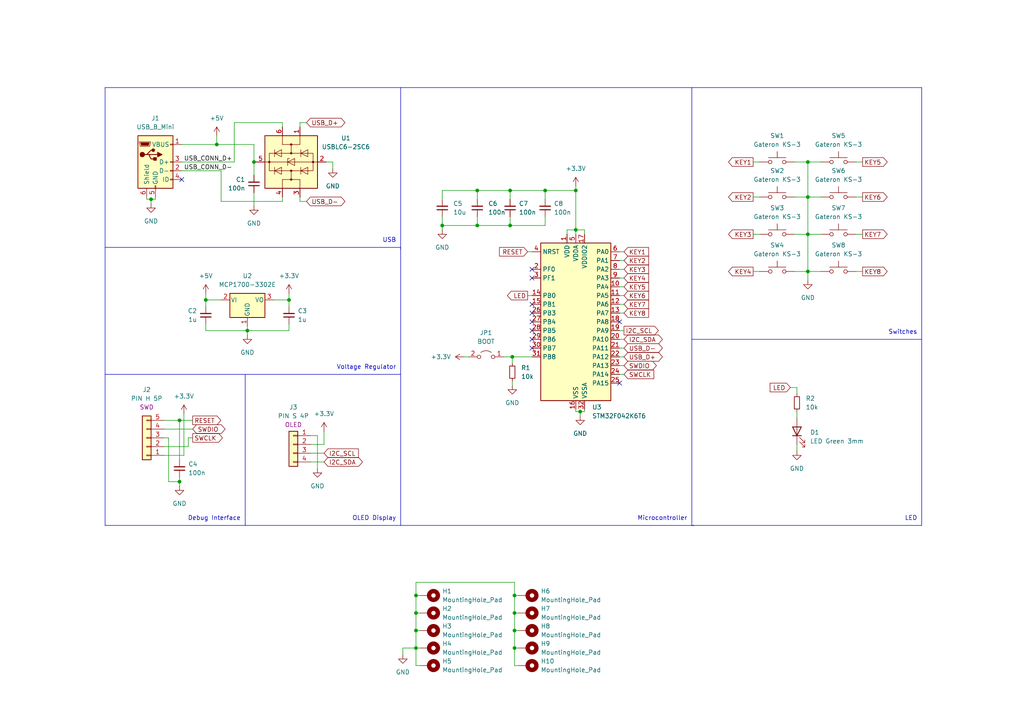
<source format=kicad_sch>
(kicad_sch (version 20230121) (generator eeschema)
  (paper "A4")
  (title_block (title "b8-mega") (date "2024-04-03") (rev "20240403") (comment 3 "Released under CERN Open Hardware Licence Version 2 - Strongly Reciprocal") (comment 4 "Designed by: Rafael G. Martins"))
  (lib_symbols
    (symbol "Connector:USB_B_Mini" (pin_names (offset 1.016))
      (property "Reference" "J" (at -5.08 11.43 0))
      (property "Value" "USB_B_Mini" (at -5.08 8.89 0))
      (symbol "USB_B_Mini_0_1"
        (rectangle (start -5.08 -7.62) (end 5.08 7.62) (stroke (width 0.254)) (fill (type background)))
        (circle (center -3.81 2.159) (radius 0.635) (stroke (width 0.254)) (fill (type outline)))
        (circle (center -0.635 3.429) (radius 0.381) (stroke (width 0.254)) (fill (type outline)))
        (rectangle (start -0.127 -7.62) (end 0.127 -6.858))
        (polyline (pts (xy -1.905 2.159) (xy 0.635 2.159)) (stroke (width 0.254)))
        (polyline (pts (xy -3.175 2.159) (xy -2.54 2.159) (xy -1.27 3.429) (xy -0.635 3.429)) (stroke (width 0.254)))
        (polyline (pts (xy -2.54 2.159) (xy -1.905 2.159) (xy -1.27 0.889) (xy 0 0.889)) (stroke (width 0.254)))
        (polyline (pts (xy 0.635 2.794) (xy 0.635 1.524) (xy 1.905 2.159) (xy 0.635 2.794)) (stroke (width 0.254)) (fill (type outline)))
        (polyline (pts (xy -4.318 5.588) (xy -1.778 5.588) (xy -2.032 4.826) (xy -4.064 4.826) (xy -4.318 5.588)) (fill (type outline)))
        (polyline (pts (xy -4.699 5.842) (xy -4.699 5.588) (xy -4.445 4.826) (xy -4.445 4.572) (xy -1.651 4.572) (xy -1.651 4.826) (xy -1.397 5.588) (xy -1.397 5.842) (xy -4.699 5.842)))
        (rectangle (start 0.254 1.27) (end -0.508 0.508) (stroke (width 0.254)) (fill (type outline)))
        (rectangle (start 5.08 -5.207) (end 4.318 -4.953))
        (rectangle (start 5.08 -2.667) (end 4.318 -2.413))
        (rectangle (start 5.08 -0.127) (end 4.318 0.127))
        (rectangle (start 5.08 4.953) (end 4.318 5.207))
      )
      (symbol "USB_B_Mini_1_1"
        (pin power_out line (at 7.62 5.08 180) (length 2.54) (name "VBUS") (number "1"))
        (pin bidirectional line (at 7.62 -2.54 180) (length 2.54) (name "D-") (number "2"))
        (pin bidirectional line (at 7.62 0 180) (length 2.54) (name "D+") (number "3"))
        (pin passive line (at 7.62 -5.08 180) (length 2.54) (name "ID") (number "4"))
        (pin power_out line (at 0 -10.16 90) (length 2.54) (name "GND") (number "5"))
        (pin passive line (at -2.54 -10.16 90) (length 2.54) (name "Shield") (number "6"))
      )
    )
    (symbol "Connector_Generic:Conn_01x04" (pin_names (offset 1.016) hide)
      (property "Reference" "J" (at 0 5.08 0))
      (property "Value" "Conn_01x04" (at 0 -7.62 0))
      (symbol "Conn_01x04_1_1"
        (rectangle (start -1.27 -4.953) (end 0 -5.207) (stroke (width 0.1524)))
        (rectangle (start -1.27 -2.413) (end 0 -2.667) (stroke (width 0.1524)))
        (rectangle (start -1.27 0.127) (end 0 -0.127) (stroke (width 0.1524)))
        (rectangle (start -1.27 2.667) (end 0 2.413) (stroke (width 0.1524)))
        (rectangle (start -1.27 3.81) (end 1.27 -6.35) (stroke (width 0.254)) (fill (type background)))
        (pin passive line (at -5.08 2.54 0) (length 3.81) (name "Pin_1") (number "1"))
        (pin passive line (at -5.08 0 0) (length 3.81) (name "Pin_2") (number "2"))
        (pin passive line (at -5.08 -2.54 0) (length 3.81) (name "Pin_3") (number "3"))
        (pin passive line (at -5.08 -5.08 0) (length 3.81) (name "Pin_4") (number "4"))
      )
    )
    (symbol "Connector_Generic:Conn_01x05" (pin_names (offset 1.016) hide)
      (property "Reference" "J" (at 0 7.62 0))
      (property "Value" "Conn_01x05" (at 0 -7.62 0))
      (symbol "Conn_01x05_1_1"
        (rectangle (start -1.27 -4.953) (end 0 -5.207) (stroke (width 0.1524)))
        (rectangle (start -1.27 -2.413) (end 0 -2.667) (stroke (width 0.1524)))
        (rectangle (start -1.27 0.127) (end 0 -0.127) (stroke (width 0.1524)))
        (rectangle (start -1.27 2.667) (end 0 2.413) (stroke (width 0.1524)))
        (rectangle (start -1.27 5.207) (end 0 4.953) (stroke (width 0.1524)))
        (rectangle (start -1.27 6.35) (end 1.27 -6.35) (stroke (width 0.254)) (fill (type background)))
        (pin passive line (at -5.08 5.08 0) (length 3.81) (name "Pin_1") (number "1"))
        (pin passive line (at -5.08 2.54 0) (length 3.81) (name "Pin_2") (number "2"))
        (pin passive line (at -5.08 0 0) (length 3.81) (name "Pin_3") (number "3"))
        (pin passive line (at -5.08 -2.54 0) (length 3.81) (name "Pin_4") (number "4"))
        (pin passive line (at -5.08 -5.08 0) (length 3.81) (name "Pin_5") (number "5"))
      )
    )
    (symbol "Device:C_Small" (pin_numbers hide) (pin_names (offset 0.254) hide)
      (property "Reference" "C" (at 0.254 1.778 0))
      (property "Value" "C_Small" (at 0.254 -2.032 0))
      (symbol "C_Small_0_1"
        (polyline (pts (xy -1.524 -0.508) (xy 1.524 -0.508)) (stroke (width 0.3302)))
        (polyline (pts (xy -1.524 0.508) (xy 1.524 0.508)) (stroke (width 0.3048)))
      )
      (symbol "C_Small_1_1"
        (pin passive line (at 0 2.54 270) (length 2.032) (name "~") (number "1"))
        (pin passive line (at 0 -2.54 90) (length 2.032) (name "~") (number "2"))
      )
    )
    (symbol "Device:LED" (pin_numbers hide) (pin_names (offset 1.016) hide)
      (property "Reference" "D" (at 0 2.54 0))
      (property "Value" "LED" (at 0 -2.54 0))
      (symbol "LED_0_1"
        (polyline (pts (xy -1.27 -1.27) (xy -1.27 1.27)) (stroke (width 0.254)))
        (polyline (pts (xy -1.27 0) (xy 1.27 0)))
        (polyline (pts (xy 1.27 -1.27) (xy 1.27 1.27) (xy -1.27 0) (xy 1.27 -1.27)) (stroke (width 0.254)))
        (polyline (pts (xy -3.048 -0.762) (xy -4.572 -2.286) (xy -3.81 -2.286) (xy -4.572 -2.286) (xy -4.572 -1.524)))
        (polyline (pts (xy -1.778 -0.762) (xy -3.302 -2.286) (xy -2.54 -2.286) (xy -3.302 -2.286) (xy -3.302 -1.524)))
      )
      (symbol "LED_1_1"
        (pin passive line (at -3.81 0 0) (length 2.54) (name "K") (number "1"))
        (pin passive line (at 3.81 0 180) (length 2.54) (name "A") (number "2"))
      )
    )
    (symbol "Device:R_Small" (pin_numbers hide) (pin_names (offset 0.254) hide)
      (property "Reference" "R" (at 0.762 0.508 0))
      (property "Value" "R_Small" (at 0.762 -1.016 0))
      (symbol "R_Small_0_1"
        (rectangle (start -0.762 1.778) (end 0.762 -1.778) (stroke (width 0.2032)))
      )
      (symbol "R_Small_1_1"
        (pin passive line (at 0 2.54 270) (length 0.762) (name "~") (number "1"))
        (pin passive line (at 0 -2.54 90) (length 0.762) (name "~") (number "2"))
      )
    )
    (symbol "Jumper:Jumper_2_Open" (pin_names (offset 0) hide)
      (property "Reference" "JP" (at 0 2.794 0))
      (property "Value" "Jumper_2_Open" (at 0 -2.286 0))
      (symbol "Jumper_2_Open_0_0"
        (circle (center -2.032 0) (radius 0.508))
        (circle (center 2.032 0) (radius 0.508))
      )
      (symbol "Jumper_2_Open_0_1"
        (arc (start 1.524 1.27) (mid 0 1.778) (end -1.524 1.27))
      )
      (symbol "Jumper_2_Open_1_1"
        (pin passive line (at -5.08 0 0) (length 2.54) (name "A") (number "1"))
        (pin passive line (at 5.08 0 180) (length 2.54) (name "B") (number "2"))
      )
    )
    (symbol "MCU_ST_STM32F0:STM32F042K6Tx"
      (property "Reference" "U" (at -10.16 24.13 0))
      (property "Value" "STM32F042K6Tx" (at 5.08 24.13 0))
      (symbol "STM32F042K6Tx_0_1"
        (rectangle (start -10.16 -22.86) (end 10.16 22.86) (stroke (width 0.254)) (fill (type background)))
      )
      (symbol "STM32F042K6Tx_1_1"
        (pin power_in line (at -2.54 25.4 270) (length 2.54) (name "VDD") (number "1"))
        (pin bidirectional line (at 12.7 10.16 180) (length 2.54) (name "PA4") (number "10"))
        (pin bidirectional line (at 12.7 7.62 180) (length 2.54) (name "PA5") (number "11"))
        (pin bidirectional line (at 12.7 5.08 180) (length 2.54) (name "PA6") (number "12"))
        (pin bidirectional line (at 12.7 2.54 180) (length 2.54) (name "PA7") (number "13"))
        (pin bidirectional line (at -12.7 7.62 0) (length 2.54) (name "PB0") (number "14"))
        (pin bidirectional line (at -12.7 5.08 0) (length 2.54) (name "PB1") (number "15"))
        (pin power_in line (at 0 -25.4 90) (length 2.54) (name "VSS") (number "16"))
        (pin power_in line (at 2.54 25.4 270) (length 2.54) (name "VDDIO2") (number "17"))
        (pin bidirectional line (at 12.7 0 180) (length 2.54) (name "PA8") (number "18"))
        (pin bidirectional line (at 12.7 -2.54 180) (length 2.54) (name "PA9") (number "19"))
        (pin bidirectional line (at -12.7 15.24 0) (length 2.54) (name "PF0") (number "2"))
        (pin bidirectional line (at 12.7 -5.08 180) (length 2.54) (name "PA10") (number "20"))
        (pin bidirectional line (at 12.7 -7.62 180) (length 2.54) (name "PA11") (number "21"))
        (pin bidirectional line (at 12.7 -10.16 180) (length 2.54) (name "PA12") (number "22"))
        (pin bidirectional line (at 12.7 -12.7 180) (length 2.54) (name "PA13") (number "23"))
        (pin bidirectional line (at 12.7 -15.24 180) (length 2.54) (name "PA14") (number "24"))
        (pin bidirectional line (at 12.7 -17.78 180) (length 2.54) (name "PA15") (number "25"))
        (pin bidirectional line (at -12.7 2.54 0) (length 2.54) (name "PB3") (number "26"))
        (pin bidirectional line (at -12.7 0 0) (length 2.54) (name "PB4") (number "27"))
        (pin bidirectional line (at -12.7 -2.54 0) (length 2.54) (name "PB5") (number "28"))
        (pin bidirectional line (at -12.7 -5.08 0) (length 2.54) (name "PB6") (number "29"))
        (pin bidirectional line (at -12.7 12.7 0) (length 2.54) (name "PF1") (number "3"))
        (pin bidirectional line (at -12.7 -7.62 0) (length 2.54) (name "PB7") (number "30"))
        (pin bidirectional line (at -12.7 -10.16 0) (length 2.54) (name "PB8") (number "31"))
        (pin power_in line (at 2.54 -25.4 90) (length 2.54) (name "VSSA") (number "32"))
        (pin input line (at -12.7 20.32 0) (length 2.54) (name "NRST") (number "4"))
        (pin power_in line (at 0 25.4 270) (length 2.54) (name "VDDA") (number "5"))
        (pin bidirectional line (at 12.7 20.32 180) (length 2.54) (name "PA0") (number "6"))
        (pin bidirectional line (at 12.7 17.78 180) (length 2.54) (name "PA1") (number "7"))
        (pin bidirectional line (at 12.7 15.24 180) (length 2.54) (name "PA2") (number "8"))
        (pin bidirectional line (at 12.7 12.7 180) (length 2.54) (name "PA3") (number "9"))
      )
    )
    (symbol "Mechanical:MountingHole_Pad" (pin_numbers hide) (pin_names (offset 1.016) hide)
      (property "Reference" "H" (at 0 6.35 0))
      (property "Value" "MountingHole_Pad" (at 0 4.445 0))
      (symbol "MountingHole_Pad_0_1"
        (circle (center 0 1.27) (radius 1.27) (stroke (width 1.27)))
      )
      (symbol "MountingHole_Pad_1_1"
        (pin input line (at 0 -2.54 90) (length 2.54) (name "1") (number "1"))
      )
    )
    (symbol "Power_Protection:USBLC6-2SC6" (pin_names hide)
      (property "Reference" "U" (at 2.54 8.89 0))
      (property "Value" "USBLC6-2SC6" (at 2.54 -8.89 0))
      (symbol "USBLC6-2SC6_0_1"
        (rectangle (start -7.62 -7.62) (end 7.62 7.62) (stroke (width 0.254)) (fill (type background)))
        (circle (center -5.08 0) (radius 0.254) (fill (type outline)))
        (circle (center -2.54 0) (radius 0.254) (fill (type outline)))
        (rectangle (start -2.54 6.35) (end 2.54 -6.35))
        (circle (center 0 -6.35) (radius 0.254) (fill (type outline)))
        (polyline (pts (xy -5.08 -2.54) (xy -7.62 -2.54)))
        (polyline (pts (xy -5.08 0) (xy -5.08 -2.54)))
        (polyline (pts (xy -5.08 2.54) (xy -7.62 2.54)))
        (polyline (pts (xy -1.524 -2.794) (xy -3.556 -2.794)))
        (polyline (pts (xy -1.524 4.826) (xy -3.556 4.826)))
        (polyline (pts (xy 0 -7.62) (xy 0 -6.35)))
        (polyline (pts (xy 0 -6.35) (xy 0 1.27)))
        (polyline (pts (xy 0 1.27) (xy 0 6.35)))
        (polyline (pts (xy 0 6.35) (xy 0 7.62)))
        (polyline (pts (xy 1.524 -2.794) (xy 3.556 -2.794)))
        (polyline (pts (xy 1.524 4.826) (xy 3.556 4.826)))
        (polyline (pts (xy 5.08 -2.54) (xy 7.62 -2.54)))
        (polyline (pts (xy 5.08 0) (xy 5.08 -2.54)))
        (polyline (pts (xy 5.08 2.54) (xy 7.62 2.54)))
        (polyline (pts (xy -2.54 0) (xy -5.08 0) (xy -5.08 2.54)))
        (polyline (pts (xy 2.54 0) (xy 5.08 0) (xy 5.08 2.54)))
        (polyline (pts (xy -3.556 -4.826) (xy -1.524 -4.826) (xy -2.54 -2.794) (xy -3.556 -4.826)))
        (polyline (pts (xy -3.556 2.794) (xy -1.524 2.794) (xy -2.54 4.826) (xy -3.556 2.794)))
        (polyline (pts (xy -1.016 -1.016) (xy 1.016 -1.016) (xy 0 1.016) (xy -1.016 -1.016)))
        (polyline (pts (xy 1.016 1.016) (xy 0.762 1.016) (xy -1.016 1.016) (xy -1.016 0.508)))
        (polyline (pts (xy 3.556 -4.826) (xy 1.524 -4.826) (xy 2.54 -2.794) (xy 3.556 -4.826)))
        (polyline (pts (xy 3.556 2.794) (xy 1.524 2.794) (xy 2.54 4.826) (xy 3.556 2.794)))
        (circle (center 0 6.35) (radius 0.254) (fill (type outline)))
        (circle (center 2.54 0) (radius 0.254) (fill (type outline)))
        (circle (center 5.08 0) (radius 0.254) (fill (type outline)))
      )
      (symbol "USBLC6-2SC6_1_1"
        (pin passive line (at -10.16 -2.54 0) (length 2.54) (name "I/O1") (number "1"))
        (pin passive line (at 0 -10.16 90) (length 2.54) (name "GND") (number "2"))
        (pin passive line (at 10.16 -2.54 180) (length 2.54) (name "I/O2") (number "3"))
        (pin passive line (at 10.16 2.54 180) (length 2.54) (name "I/O2") (number "4"))
        (pin passive line (at 0 10.16 270) (length 2.54) (name "VBUS") (number "5"))
        (pin passive line (at -10.16 2.54 0) (length 2.54) (name "I/O1") (number "6"))
      )
    )
    (symbol "Regulator_Linear:MCP1700x-330xxTO" (pin_names (offset 0.254))
      (property "Reference" "U" (at -3.81 -3.175 0))
      (property "Value" "MCP1700x-330xxTO" (at 0 -3.175 0))
      (symbol "MCP1700x-330xxTO_0_1"
        (rectangle (start -5.08 5.08) (end 5.08 -1.905) (stroke (width 0.254)) (fill (type background)))
      )
      (symbol "MCP1700x-330xxTO_1_1"
        (pin power_in line (at 0 7.62 270) (length 2.54) (name "GND") (number "1"))
        (pin power_in line (at -7.62 0 0) (length 2.54) (name "VI") (number "2"))
        (pin power_out line (at 7.62 0 180) (length 2.54) (name "VO") (number "3"))
      )
    )
    (symbol "Switch:SW_Push" (pin_numbers hide) (pin_names (offset 1.016) hide)
      (property "Reference" "SW" (at 1.27 2.54 0))
      (property "Value" "SW_Push" (at 0 -1.524 0))
      (symbol "SW_Push_0_1"
        (circle (center -2.032 0) (radius 0.508))
        (polyline (pts (xy 0 1.27) (xy 0 3.048)))
        (polyline (pts (xy 2.54 1.27) (xy -2.54 1.27)))
        (circle (center 2.032 0) (radius 0.508))
        (pin passive line (at -5.08 0 0) (length 2.54) (name "1") (number "1"))
        (pin passive line (at 5.08 0 180) (length 2.54) (name "2") (number "2"))
      )
    )
    (symbol "power:+3.3V" (power) (pin_names (offset 0))
      (property "Value" "+3.3V" (at 0 3.556 0))
      (symbol "+3.3V_0_1"
        (polyline (pts (xy -0.762 1.27) (xy 0 2.54)))
        (polyline (pts (xy 0 0) (xy 0 2.54)))
        (polyline (pts (xy 0 2.54) (xy 0.762 1.27)))
      )
      (symbol "+3.3V_1_1"
        (pin power_in line (at 0 0 90) (length 0) hide (name "+3.3V") (number "1"))
      )
    )
    (symbol "power:+5V" (power) (pin_names (offset 0))
      (property "Value" "+5V" (at 0 3.556 0))
      (symbol "+5V_0_1"
        (polyline (pts (xy -0.762 1.27) (xy 0 2.54)))
        (polyline (pts (xy 0 0) (xy 0 2.54)))
        (polyline (pts (xy 0 2.54) (xy 0.762 1.27)))
      )
      (symbol "+5V_1_1"
        (pin power_in line (at 0 0 90) (length 0) hide (name "+5V") (number "1"))
      )
    )
    (symbol "power:GND" (power) (pin_names (offset 0))
      (property "Value" "GND" (at 0 -3.81 0))
      (symbol "GND_0_1"
        (polyline (pts (xy 0 0) (xy 0 -1.27) (xy 1.27 -1.27) (xy 0 -2.54) (xy -1.27 -1.27) (xy 0 -1.27)))
      )
      (symbol "GND_1_1"
        (pin power_in line (at 0 0 270) (length 0) hide (name "GND") (number "1"))
      )
    )
  )
  (junction (at 120.65 182.88))
  (junction (at 43.815 57.785))
  (junction (at 234.315 57.15))
  (junction (at 148.59 103.505))
  (junction (at 52.07 139.7))
  (junction (at 138.43 65.405))
  (junction (at 138.43 55.245))
  (junction (at 59.69 86.995))
  (junction (at 120.65 177.8))
  (junction (at 147.955 55.245))
  (junction (at 149.225 177.8))
  (junction (at 149.225 182.88))
  (junction (at 71.755 95.885))
  (junction (at 149.225 172.72))
  (junction (at 120.65 172.72))
  (junction (at 149.225 187.96))
  (junction (at 128.27 65.405))
  (junction (at 73.66 46.99))
  (junction (at 167.005 66.675))
  (junction (at 147.955 65.405))
  (junction (at 234.315 78.74))
  (junction (at 234.315 46.99))
  (junction (at 234.315 67.945))
  (junction (at 168.275 119.38))
  (junction (at 62.865 41.91))
  (junction (at 83.82 86.995))
  (junction (at 120.65 187.96))
  (junction (at 167.005 55.245))
  (junction (at 158.115 55.245))
  (junction (at 52.07 121.92))
  (no_connect (at 179.705 93.345))
  (no_connect (at 154.305 98.425))
  (no_connect (at 154.305 93.345))
  (no_connect (at 154.305 78.105))
  (no_connect (at 154.305 100.965))
  (no_connect (at 154.305 90.805))
  (no_connect (at 52.705 52.07))
  (no_connect (at 154.305 80.645))
  (no_connect (at 154.305 95.885))
  (no_connect (at 179.705 111.125))
  (no_connect (at 154.305 88.265))
  (wire (pts (xy 47.625 129.54) (xy 54.61 129.54)))
  (polyline (pts (xy 267.335 152.4) (xy 30.48 152.4)))
  (wire (pts (xy 248.285 67.945) (xy 250.19 67.945)))
  (polyline (pts (xy 116.205 25.4) (xy 116.205 152.4)))
  (wire (pts (xy 234.315 57.15) (xy 234.315 46.99)))
  (wire (pts (xy 148.59 110.49) (xy 148.59 111.76)))
  (wire (pts (xy 128.27 65.405) (xy 138.43 65.405)))
  (wire (pts (xy 231.14 128.905) (xy 231.14 130.81)))
  (polyline (pts (xy 30.48 108.585) (xy 116.205 108.585)))
  (wire (pts (xy 48.895 139.7) (xy 52.07 139.7)))
  (wire (pts (xy 248.285 46.99) (xy 250.19 46.99)))
  (wire (pts (xy 234.315 46.99) (xy 238.125 46.99)))
  (wire (pts (xy 120.65 187.96) (xy 120.65 193.04)))
  (wire (pts (xy 83.82 86.995) (xy 83.82 88.9)))
  (wire (pts (xy 234.315 67.945) (xy 238.125 67.945)))
  (wire (pts (xy 52.705 41.91) (xy 62.865 41.91)))
  (wire (pts (xy 42.545 57.15) (xy 42.545 57.785)))
  (wire (pts (xy 43.815 57.785) (xy 43.815 59.055)))
  (wire (pts (xy 134.62 103.505) (xy 135.89 103.505)))
  (wire (pts (xy 230.505 57.15) (xy 234.315 57.15)))
  (wire (pts (xy 52.705 49.53) (xy 64.135 49.53)))
  (wire (pts (xy 81.915 35.56) (xy 81.915 36.83)))
  (wire (pts (xy 164.465 66.675) (xy 164.465 67.945)))
  (wire (pts (xy 86.995 35.56) (xy 88.9 35.56)))
  (wire (pts (xy 149.225 182.88) (xy 150.495 182.88)))
  (wire (pts (xy 52.07 139.7) (xy 52.07 138.43)))
  (wire (pts (xy 234.315 78.74) (xy 238.125 78.74)))
  (wire (pts (xy 169.545 66.675) (xy 167.005 66.675)))
  (wire (pts (xy 179.705 103.505) (xy 180.975 103.505)))
  (wire (pts (xy 90.17 133.985) (xy 93.98 133.985)))
  (wire (pts (xy 59.69 95.885) (xy 71.755 95.885)))
  (wire (pts (xy 64.135 49.53) (xy 64.135 58.42)))
  (wire (pts (xy 86.995 58.42) (xy 88.9 58.42)))
  (wire (pts (xy 149.225 168.91) (xy 149.225 172.72)))
  (wire (pts (xy 147.955 55.245) (xy 158.115 55.245)))
  (wire (pts (xy 149.225 193.04) (xy 149.225 187.96)))
  (wire (pts (xy 52.07 139.7) (xy 52.07 140.97)))
  (wire (pts (xy 138.43 62.865) (xy 138.43 65.405)))
  (wire (pts (xy 234.315 67.945) (xy 234.315 57.15)))
  (wire (pts (xy 179.705 108.585) (xy 180.975 108.585)))
  (wire (pts (xy 218.44 67.945) (xy 220.345 67.945)))
  (wire (pts (xy 116.84 187.96) (xy 120.65 187.96)))
  (polyline (pts (xy 30.48 25.4) (xy 30.48 152.4)))
  (wire (pts (xy 234.315 46.99) (xy 230.505 46.99)))
  (wire (pts (xy 231.14 112.395) (xy 231.14 114.3)))
  (wire (pts (xy 169.545 66.675) (xy 169.545 67.945)))
  (wire (pts (xy 128.27 55.245) (xy 138.43 55.245)))
  (wire (pts (xy 120.65 182.88) (xy 120.65 187.96)))
  (wire (pts (xy 179.705 95.885) (xy 180.975 95.885)))
  (wire (pts (xy 128.27 55.245) (xy 128.27 57.785)))
  (wire (pts (xy 71.755 95.885) (xy 83.82 95.885)))
  (wire (pts (xy 149.225 182.88) (xy 149.225 177.8)))
  (wire (pts (xy 138.43 65.405) (xy 147.955 65.405)))
  (wire (pts (xy 153.035 85.725) (xy 154.305 85.725)))
  (wire (pts (xy 230.505 67.945) (xy 234.315 67.945)))
  (wire (pts (xy 90.17 128.905) (xy 93.98 128.905)))
  (wire (pts (xy 167.005 119.38) (xy 168.275 119.38)))
  (wire (pts (xy 149.225 187.96) (xy 149.225 182.88)))
  (wire (pts (xy 92.075 135.89) (xy 92.075 126.365)))
  (wire (pts (xy 73.66 55.88) (xy 73.66 59.69)))
  (wire (pts (xy 52.07 133.35) (xy 52.07 121.92)))
  (wire (pts (xy 149.225 177.8) (xy 149.225 172.72)))
  (wire (pts (xy 149.225 193.04) (xy 150.495 193.04)))
  (wire (pts (xy 54.61 129.54) (xy 54.61 127)))
  (wire (pts (xy 53.34 120.015) (xy 53.34 132.08)))
  (wire (pts (xy 248.285 78.74) (xy 250.19 78.74)))
  (wire (pts (xy 218.44 78.74) (xy 220.345 78.74)))
  (wire (pts (xy 179.705 90.805) (xy 180.975 90.805)))
  (wire (pts (xy 86.995 36.83) (xy 86.995 35.56)))
  (wire (pts (xy 92.075 126.365) (xy 90.17 126.365)))
  (wire (pts (xy 52.07 121.92) (xy 47.625 121.92)))
  (wire (pts (xy 158.115 65.405) (xy 158.115 62.865)))
  (wire (pts (xy 147.955 65.405) (xy 158.115 65.405)))
  (wire (pts (xy 167.005 53.975) (xy 167.005 55.245)))
  (wire (pts (xy 179.705 78.105) (xy 180.975 78.105)))
  (wire (pts (xy 48.895 127) (xy 48.895 139.7)))
  (wire (pts (xy 167.005 118.745) (xy 167.005 119.38)))
  (wire (pts (xy 179.705 83.185) (xy 180.975 83.185)))
  (wire (pts (xy 67.945 35.56) (xy 81.915 35.56)))
  (wire (pts (xy 234.315 78.74) (xy 234.315 67.945)))
  (wire (pts (xy 43.815 57.785) (xy 45.085 57.785)))
  (wire (pts (xy 96.52 48.895) (xy 96.52 46.99)))
  (polyline (pts (xy 71.12 108.585) (xy 71.12 152.4)))
  (wire (pts (xy 146.05 103.505) (xy 148.59 103.505)))
  (wire (pts (xy 128.27 62.865) (xy 128.27 65.405)))
  (wire (pts (xy 234.315 81.28) (xy 234.315 78.74)))
  (wire (pts (xy 179.705 106.045) (xy 180.975 106.045)))
  (wire (pts (xy 128.27 66.675) (xy 128.27 65.405)))
  (polyline (pts (xy 30.48 25.4) (xy 267.335 25.4)))
  (wire (pts (xy 62.865 39.37) (xy 62.865 41.91)))
  (wire (pts (xy 59.69 85.09) (xy 59.69 86.995)))
  (wire (pts (xy 120.65 187.96) (xy 121.92 187.96)))
  (wire (pts (xy 120.65 168.91) (xy 120.65 172.72)))
  (wire (pts (xy 52.07 121.92) (xy 55.88 121.92)))
  (wire (pts (xy 73.66 46.99) (xy 73.66 50.8)))
  (wire (pts (xy 67.945 46.99) (xy 67.945 35.56)))
  (wire (pts (xy 96.52 46.99) (xy 94.615 46.99)))
  (polyline (pts (xy 200.66 98.425) (xy 267.335 98.425)))
  (wire (pts (xy 179.705 80.645) (xy 180.975 80.645)))
  (wire (pts (xy 148.59 103.505) (xy 154.305 103.505)))
  (wire (pts (xy 234.315 57.15) (xy 238.125 57.15)))
  (wire (pts (xy 81.915 58.42) (xy 81.915 57.15)))
  (wire (pts (xy 148.59 103.505) (xy 148.59 105.41)))
  (wire (pts (xy 120.65 172.72) (xy 121.92 172.72)))
  (wire (pts (xy 218.44 57.15) (xy 220.345 57.15)))
  (wire (pts (xy 149.225 177.8) (xy 150.495 177.8)))
  (wire (pts (xy 120.65 177.8) (xy 120.65 182.88)))
  (polyline (pts (xy 200.66 152.4) (xy 201.295 152.4)))
  (wire (pts (xy 71.755 95.885) (xy 71.755 97.155)))
  (wire (pts (xy 138.43 55.245) (xy 147.955 55.245)))
  (wire (pts (xy 64.135 58.42) (xy 81.915 58.42)))
  (wire (pts (xy 120.65 177.8) (xy 121.92 177.8)))
  (wire (pts (xy 71.755 94.615) (xy 71.755 95.885)))
  (wire (pts (xy 59.69 86.995) (xy 59.69 88.9)))
  (wire (pts (xy 47.625 124.46) (xy 55.88 124.46)))
  (wire (pts (xy 90.17 131.445) (xy 93.98 131.445)))
  (polyline (pts (xy 267.335 25.4) (xy 267.335 152.4)))
  (wire (pts (xy 47.625 127) (xy 48.895 127)))
  (wire (pts (xy 147.955 55.245) (xy 147.955 57.785)))
  (wire (pts (xy 86.995 57.15) (xy 86.995 58.42)))
  (wire (pts (xy 179.705 75.565) (xy 180.975 75.565)))
  (wire (pts (xy 168.275 119.38) (xy 168.275 120.65)))
  (wire (pts (xy 169.545 119.38) (xy 169.545 118.745)))
  (wire (pts (xy 52.705 46.99) (xy 67.945 46.99)))
  (wire (pts (xy 179.705 85.725) (xy 180.975 85.725)))
  (wire (pts (xy 149.225 187.96) (xy 150.495 187.96)))
  (wire (pts (xy 179.705 100.965) (xy 180.975 100.965)))
  (wire (pts (xy 179.705 88.265) (xy 180.975 88.265)))
  (wire (pts (xy 230.505 78.74) (xy 234.315 78.74)))
  (wire (pts (xy 138.43 55.245) (xy 138.43 57.785)))
  (wire (pts (xy 147.955 62.865) (xy 147.955 65.405)))
  (wire (pts (xy 164.465 66.675) (xy 167.005 66.675)))
  (wire (pts (xy 116.84 189.865) (xy 116.84 187.96)))
  (wire (pts (xy 59.69 86.995) (xy 64.135 86.995)))
  (wire (pts (xy 59.69 93.98) (xy 59.69 95.885)))
  (wire (pts (xy 167.005 55.245) (xy 167.005 66.675)))
  (wire (pts (xy 153.035 73.025) (xy 154.305 73.025)))
  (wire (pts (xy 93.98 128.905) (xy 93.98 125.095)))
  (wire (pts (xy 231.14 119.38) (xy 231.14 121.285)))
  (wire (pts (xy 218.44 46.99) (xy 220.345 46.99)))
  (wire (pts (xy 248.285 57.15) (xy 250.19 57.15)))
  (wire (pts (xy 73.66 46.99) (xy 74.295 46.99)))
  (polyline (pts (xy 30.48 71.755) (xy 116.205 71.755)))
  (wire (pts (xy 45.085 57.785) (xy 45.085 57.15)))
  (wire (pts (xy 179.705 73.025) (xy 180.975 73.025)))
  (wire (pts (xy 167.005 66.675) (xy 167.005 67.945)))
  (wire (pts (xy 158.115 55.245) (xy 158.115 57.785)))
  (wire (pts (xy 62.865 41.91) (xy 73.66 41.91)))
  (wire (pts (xy 42.545 57.785) (xy 43.815 57.785)))
  (wire (pts (xy 73.66 41.91) (xy 73.66 46.99)))
  (wire (pts (xy 149.225 172.72) (xy 150.495 172.72)))
  (wire (pts (xy 54.61 127) (xy 55.88 127)))
  (wire (pts (xy 120.65 168.91) (xy 149.225 168.91)))
  (wire (pts (xy 120.65 182.88) (xy 121.92 182.88)))
  (polyline (pts (xy 116.205 71.755) (xy 116.205 72.39)))
  (wire (pts (xy 83.82 85.09) (xy 83.82 86.995)))
  (polyline (pts (xy 200.66 25.4) (xy 200.66 152.4)))
  (wire (pts (xy 121.92 193.04) (xy 120.65 193.04)))
  (wire (pts (xy 229.235 112.395) (xy 231.14 112.395)))
  (wire (pts (xy 179.705 98.425) (xy 180.975 98.425)))
  (wire (pts (xy 158.115 55.245) (xy 167.005 55.245)))
  (wire (pts (xy 47.625 132.08) (xy 53.34 132.08)))
  (wire (pts (xy 79.375 86.995) (xy 83.82 86.995)))
  (wire (pts (xy 120.65 172.72) (xy 120.65 177.8)))
  (wire (pts (xy 168.275 119.38) (xy 169.545 119.38)))
  (wire (pts (xy 83.82 93.98) (xy 83.82 95.885)))
  (text "Switches" (at 266.065 97.155 0) (effects (font (size 1.27 1.27)) (justify right bottom)))
  (text "OLED Display" (at 114.935 151.13 0) (effects (font (size 1.27 1.27)) (justify right bottom)))
  (text "Microcontroller" (at 199.39 151.13 0) (effects (font (size 1.27 1.27)) (justify right bottom)))
  (text "LED" (at 266.065 151.13 0) (effects (font (size 1.27 1.27)) (justify right bottom)))
  (text "Debug Interface" (at 69.85 151.13 0) (effects (font (size 1.27 1.27)) (justify right bottom)))
  (text "USB" (at 114.935 70.485 0) (effects (font (size 1.27 1.27)) (justify right bottom)))
  (text "Voltage Regulator" (at 114.935 107.315 0) (effects (font (size 1.27 1.27)) (justify right bottom)))
  (label "USB_CONN_D+" (at 53.34 46.99 0))
  (label "USB_CONN_D-" (at 53.34 49.53 0))
  (global_label "KEY4" (shape output) (at 218.44 78.74 180) (property "Intersheetrefs" "${INTERSHEET_REFS}" (effects hide)))
  (global_label "KEY4" (shape input) (at 180.975 80.645 0) (property "Intersheetrefs" "${INTERSHEET_REFS}" (effects hide)))
  (global_label "SWCLK" (shape output) (at 55.88 127 0) (property "Intersheetrefs" "${INTERSHEET_REFS}" (effects hide)))
  (global_label "KEY1" (shape input) (at 180.975 73.025 0) (property "Intersheetrefs" "${INTERSHEET_REFS}" (effects hide)))
  (global_label "RESET" (shape output) (at 55.88 121.92 0) (property "Intersheetrefs" "${INTERSHEET_REFS}" (effects hide)))
  (global_label "KEY7" (shape output) (at 250.19 67.945 0) (property "Intersheetrefs" "${INTERSHEET_REFS}" (effects hide)))
  (global_label "KEY5" (shape output) (at 250.19 46.99 0) (property "Intersheetrefs" "${INTERSHEET_REFS}" (effects hide)))
  (global_label "USB_D-" (shape bidirectional) (at 88.9 58.42 0) (property "Intersheetrefs" "${INTERSHEET_REFS}" (effects hide)))
  (global_label "KEY3" (shape output) (at 218.44 67.945 180) (property "Intersheetrefs" "${INTERSHEET_REFS}" (effects hide)))
  (global_label "SWDIO" (shape bidirectional) (at 55.88 124.46 0) (property "Intersheetrefs" "${INTERSHEET_REFS}" (effects hide)))
  (global_label "USB_D-" (shape bidirectional) (at 180.975 100.965 0) (property "Intersheetrefs" "${INTERSHEET_REFS}" (effects hide)))
  (global_label "KEY7" (shape input) (at 180.975 88.265 0) (property "Intersheetrefs" "${INTERSHEET_REFS}" (effects hide)))
  (global_label "KEY6" (shape output) (at 250.19 57.15 0) (property "Intersheetrefs" "${INTERSHEET_REFS}" (effects hide)))
  (global_label "KEY2" (shape input) (at 180.975 75.565 0) (property "Intersheetrefs" "${INTERSHEET_REFS}" (effects hide)))
  (global_label "I2C_SCL" (shape output) (at 180.975 95.885 0) (property "Intersheetrefs" "${INTERSHEET_REFS}" (effects hide)))
  (global_label "KEY2" (shape output) (at 218.44 57.15 180) (property "Intersheetrefs" "${INTERSHEET_REFS}" (effects hide)))
  (global_label "RESET" (shape input) (at 153.035 73.025 180) (property "Intersheetrefs" "${INTERSHEET_REFS}" (effects hide)))
  (global_label "I2C_SDA" (shape bidirectional) (at 93.98 133.985 0) (property "Intersheetrefs" "${INTERSHEET_REFS}" (effects hide)))
  (global_label "KEY6" (shape input) (at 180.975 85.725 0) (property "Intersheetrefs" "${INTERSHEET_REFS}" (effects hide)))
  (global_label "LED" (shape output) (at 153.035 85.725 180) (property "Intersheetrefs" "${INTERSHEET_REFS}" (effects hide)))
  (global_label "USB_D+" (shape bidirectional) (at 88.9 35.56 0) (property "Intersheetrefs" "${INTERSHEET_REFS}" (effects hide)))
  (global_label "I2C_SDA" (shape bidirectional) (at 180.975 98.425 0) (property "Intersheetrefs" "${INTERSHEET_REFS}" (effects hide)))
  (global_label "KEY5" (shape input) (at 180.975 83.185 0) (property "Intersheetrefs" "${INTERSHEET_REFS}" (effects hide)))
  (global_label "KEY1" (shape output) (at 218.44 46.99 180) (property "Intersheetrefs" "${INTERSHEET_REFS}" (effects hide)))
  (global_label "I2C_SCL" (shape input) (at 93.98 131.445 0) (property "Intersheetrefs" "${INTERSHEET_REFS}" (effects hide)))
  (global_label "LED" (shape input) (at 229.235 112.395 180) (property "Intersheetrefs" "${INTERSHEET_REFS}" (effects hide)))
  (global_label "KEY8" (shape input) (at 180.975 90.805 0) (property "Intersheetrefs" "${INTERSHEET_REFS}" (effects hide)))
  (global_label "SWCLK" (shape input) (at 180.975 108.585 0) (property "Intersheetrefs" "${INTERSHEET_REFS}" (effects hide)))
  (global_label "USB_D+" (shape bidirectional) (at 180.975 103.505 0) (property "Intersheetrefs" "${INTERSHEET_REFS}" (effects hide)))
  (global_label "KEY8" (shape output) (at 250.19 78.74 0) (property "Intersheetrefs" "${INTERSHEET_REFS}" (effects hide)))
  (global_label "SWDIO" (shape bidirectional) (at 180.975 106.045 0) (property "Intersheetrefs" "${INTERSHEET_REFS}" (effects hide)))
  (global_label "KEY3" (shape input) (at 180.975 78.105 0) (property "Intersheetrefs" "${INTERSHEET_REFS}" (effects hide)))
  (symbol (lib_id "Device:C_Small") (at 128.27 60.325 180) (unit 1)
    (property "Reference" "C5" (at 131.445 59.0486 0) (effects (justify right)))
    (property "Value" "10u" (at 131.445 61.5886 0) (effects (justify right)))
    (property "Footprint" "b8:C_TDK_FA26" (effects hide))
    (property "MPN" "FA26X7R1E106KRU06" (effects hide))
  )
  (symbol (lib_id "Switch:SW_Push") (at 225.425 57.15 0) (unit 1)
    (property "Reference" "SW2" (at 225.425 49.53 0))
    (property "Value" "Gateron KS-3" (at 225.425 52.07 0))
    (property "Footprint" "b8:SW_Cherry_MX_1.00u_PCB" (effects hide))
    (property "MPN" "Gateron KS-3" (effects hide))
  )
  (symbol (lib_id "power:GND") (at 128.27 66.675 0) (unit 1)
    (property "Reference" "#PWR06" (effects hide))
    (property "Value" "GND" (at 128.27 71.755 0))
  )
  (symbol (lib_id "power:GND") (at 116.84 189.865 0) (unit 1)
    (property "Reference" "#PWR019" (effects hide))
    (property "Value" "GND" (at 116.84 194.945 0))
  )
  (symbol (lib_id "power:GND") (at 92.075 135.89 0) (unit 1)
    (property "Reference" "#PWR016" (effects hide))
    (property "Value" "GND" (at 92.075 140.97 0))
  )
  (symbol (lib_id "power:GND") (at 96.52 48.895 0) (unit 1)
    (property "Reference" "#PWR010" (effects hide))
    (property "Value" "GND" (at 96.52 53.975 0))
  )
  (symbol (lib_id "Mechanical:MountingHole_Pad") (at 153.035 182.88 270) (unit 1)
    (property "Reference" "H8" (at 156.845 181.61 90) (effects (justify left)))
    (property "Value" "MountingHole_Pad" (at 156.845 184.15 90) (effects (justify left)))
    (property "Footprint" "MountingHole:MountingHole_2.2mm_M2_Pad_Via" (effects hide))
  )
  (symbol (lib_id "Mechanical:MountingHole_Pad") (at 153.035 187.96 270) (unit 1)
    (property "Reference" "H9" (at 156.845 186.69 90) (effects (justify left)))
    (property "Value" "MountingHole_Pad" (at 156.845 189.23 90) (effects (justify left)))
    (property "Footprint" "MountingHole:MountingHole_2.2mm_M2_Pad_Via" (effects hide))
  )
  (symbol (lib_id "Mechanical:MountingHole_Pad") (at 153.035 172.72 270) (unit 1)
    (property "Reference" "H6" (at 156.845 171.45 90) (effects (justify left)))
    (property "Value" "MountingHole_Pad" (at 156.845 173.99 90) (effects (justify left)))
    (property "Footprint" "MountingHole:MountingHole_2.2mm_M2_Pad_Via" (effects hide))
  )
  (symbol (lib_id "power:+3.3V") (at 93.98 125.095 0) (unit 1)
    (property "Reference" "#PWR017" (effects hide))
    (property "Value" "+3.3V" (at 93.98 120.015 0))
  )
  (symbol (lib_id "Switch:SW_Push") (at 243.205 57.15 0) (mirror y) (unit 1)
    (property "Reference" "SW6" (at 243.205 49.53 0))
    (property "Value" "Gateron KS-3" (at 243.205 52.07 0))
    (property "Footprint" "b8:SW_Cherry_MX_1.00u_PCB" (effects hide))
    (property "MPN" "Gateron KS-3" (effects hide))
  )
  (symbol (lib_id "Device:C_Small") (at 73.66 53.34 180) (unit 1)
    (property "Reference" "C1" (at 71.12 52.0636 0) (effects (justify left)))
    (property "Value" "100n" (at 71.12 54.6036 0) (effects (justify left)))
    (property "Footprint" "b8:C_TDK_FA28" (effects hide))
    (property "MPN" "FA28X7R1H104KNU06" (effects hide))
  )
  (symbol (lib_id "Mechanical:MountingHole_Pad") (at 153.035 193.04 270) (unit 1)
    (property "Reference" "H10" (at 156.845 191.77 90) (effects (justify left)))
    (property "Value" "MountingHole_Pad" (at 156.845 194.31 90) (effects (justify left)))
    (property "Footprint" "MountingHole:MountingHole_2.2mm_M2_Pad_Via" (effects hide))
  )
  (symbol (lib_id "Mechanical:MountingHole_Pad") (at 124.46 193.04 270) (unit 1)
    (property "Reference" "H5" (at 128.27 191.77 90) (effects (justify left)))
    (property "Value" "MountingHole_Pad" (at 128.27 194.31 90) (effects (justify left)))
    (property "Footprint" "MountingHole:MountingHole_2.2mm_M2_Pad_Via" (effects hide))
  )
  (symbol (lib_id "Device:C_Small") (at 147.955 60.325 180) (unit 1)
    (property "Reference" "C7" (at 150.495 59.0486 0) (effects (justify right)))
    (property "Value" "100n" (at 150.495 61.5886 0) (effects (justify right)))
    (property "Footprint" "b8:C_TDK_FA28" (effects hide))
    (property "MPN" "FA28X7R1H104KNU06" (effects hide))
  )
  (symbol (lib_id "Connector:USB_B_Mini") (at 45.085 46.99 0) (unit 1)
    (property "Reference" "J1" (at 45.085 34.29 0))
    (property "Value" "USB_B_Mini" (at 45.085 36.83 0))
    (property "Footprint" "b8:USB_Mini-B_PTH" (effects hide))
    (property "MPN" "GMSB0522132EU" (effects hide))
  )
  (symbol (lib_id "Mechanical:MountingHole_Pad") (at 124.46 182.88 270) (unit 1)
    (property "Reference" "H3" (at 128.27 181.61 90) (effects (justify left)))
    (property "Value" "MountingHole_Pad" (at 128.27 184.15 90) (effects (justify left)))
    (property "Footprint" "MountingHole:MountingHole_2.2mm_M2_Pad_Via" (effects hide))
  )
  (symbol (lib_id "Mechanical:MountingHole_Pad") (at 153.035 177.8 270) (unit 1)
    (property "Reference" "H7" (at 156.845 176.53 90) (effects (justify left)))
    (property "Value" "MountingHole_Pad" (at 156.845 179.07 90) (effects (justify left)))
    (property "Footprint" "MountingHole:MountingHole_2.2mm_M2_Pad_Via" (effects hide))
  )
  (symbol (lib_id "power:+5V") (at 59.69 85.09 0) (unit 1)
    (property "Reference" "#PWR013" (effects hide))
    (property "Value" "+5V" (at 59.69 80.01 0))
  )
  (symbol (lib_id "Switch:SW_Push") (at 243.205 46.99 0) (mirror y) (unit 1)
    (property "Reference" "SW5" (at 243.205 39.37 0))
    (property "Value" "Gateron KS-3" (at 243.205 41.91 0))
    (property "Footprint" "b8:SW_Cherry_MX_1.00u_PCB" (effects hide))
    (property "MPN" "Gateron KS-3" (effects hide))
  )
  (symbol (lib_id "power:+3.3V") (at 83.82 85.09 0) (unit 1)
    (property "Reference" "#PWR015" (effects hide))
    (property "Value" "+3.3V" (at 83.82 80.01 0))
  )
  (symbol (lib_id "Switch:SW_Push") (at 243.205 67.945 0) (mirror y) (unit 1)
    (property "Reference" "SW7" (at 243.205 60.325 0))
    (property "Value" "Gateron KS-3" (at 243.205 62.865 0))
    (property "Footprint" "b8:SW_Cherry_MX_1.00u_PCB" (effects hide))
    (property "MPN" "Gateron KS-3" (effects hide))
  )
  (symbol (lib_id "Connector_Generic:Conn_01x05") (at 42.545 127 180) (unit 1)
    (property "Reference" "J2" (at 42.545 113.03 0))
    (property "Value" "PIN H 5P" (at 42.545 115.57 0))
    (property "Footprint" "Connector_PinHeader_2.54mm:PinHeader_1x05_P2.54mm_Horizontal" (effects hide))
    (property "Description" "SWD" (at 42.545 118.11 0))
  )
  (symbol (lib_id "power:GND") (at 234.315 81.28 0) (unit 1)
    (property "Reference" "#PWR018" (effects hide))
    (property "Value" "GND" (at 234.315 86.36 0))
  )
  (symbol (lib_id "power:+3.3V") (at 167.005 53.975 0) (unit 1)
    (property "Reference" "#PWR05" (effects hide))
    (property "Value" "+3.3V" (at 167.005 48.895 0))
  )
  (symbol (lib_id "Connector_Generic:Conn_01x04") (at 85.09 128.905 0) (mirror y) (unit 1)
    (property "Reference" "J3" (at 85.09 118.11 0))
    (property "Value" "PIN S 4P" (at 85.09 120.65 0))
    (property "Footprint" "Connector_PinSocket_2.54mm:PinSocket_1x04_P2.54mm_Vertical" (effects hide))
    (property "Description" "OLED" (at 85.09 123.19 0))
    (property "MPN" "PPPC041LFBN-RC" (effects hide))
  )
  (symbol (lib_id "Device:C_Small") (at 158.115 60.325 180) (unit 1)
    (property "Reference" "C8" (at 160.655 59.0486 0) (effects (justify right)))
    (property "Value" "100n" (at 160.655 61.5886 0) (effects (justify right)))
    (property "Footprint" "b8:C_TDK_FA28" (effects hide))
    (property "MPN" "FA28X7R1H104KNU06" (effects hide))
  )
  (symbol (lib_id "power:GND") (at 148.59 111.76 0) (unit 1)
    (property "Reference" "#PWR03" (effects hide))
    (property "Value" "GND" (at 148.59 116.84 0))
  )
  (symbol (lib_id "power:GND") (at 52.07 140.97 0) (unit 1)
    (property "Reference" "#PWR08" (effects hide))
    (property "Value" "GND" (at 52.07 146.05 0))
  )
  (symbol (lib_id "Mechanical:MountingHole_Pad") (at 124.46 172.72 270) (unit 1)
    (property "Reference" "H1" (at 128.27 171.45 90) (effects (justify left)))
    (property "Value" "MountingHole_Pad" (at 128.27 173.99 90) (effects (justify left)))
    (property "Footprint" "MountingHole:MountingHole_2.2mm_M2_Pad_Via" (effects hide))
  )
  (symbol (lib_id "Switch:SW_Push") (at 225.425 46.99 0) (unit 1)
    (property "Reference" "SW1" (at 225.425 39.37 0))
    (property "Value" "Gateron KS-3" (at 225.425 41.91 0))
    (property "Footprint" "b8:SW_Cherry_MX_1.00u_PCB" (effects hide))
    (property "MPN" "Gateron KS-3" (effects hide))
  )
  (symbol (lib_id "power:GND") (at 231.14 130.81 0) (unit 1)
    (property "Reference" "#PWR01" (effects hide))
    (property "Value" "GND" (at 231.14 135.89 0))
  )
  (symbol (lib_id "MCU_ST_STM32F0:STM32F042K6Tx") (at 167.005 93.345 0) (unit 1)
    (property "Reference" "U3" (at 171.7391 118.11 0) (effects (justify left)))
    (property "Value" "STM32F042K6T6" (at 171.7391 120.65 0) (effects (justify left)))
    (property "Footprint" "Package_QFP:LQFP-32_7x7mm_P0.8mm" (effects hide))
    (property "Datasheet" "https://www.st.com/resource/en/datasheet/stm32f042k6.pdf" (effects hide))
    (property "MPN" "STM32F042K6T6" (effects hide))
  )
  (symbol (lib_id "Device:C_Small") (at 83.82 91.44 180) (unit 1)
    (property "Reference" "C3" (at 86.36 90.1636 0) (effects (justify right)))
    (property "Value" "1u" (at 86.36 92.7036 0) (effects (justify right)))
    (property "Footprint" "b8:C_TDK_FA28" (effects hide))
    (property "MPN" "FA28X7R1E105KRU06" (effects hide))
  )
  (symbol (lib_id "Device:C_Small") (at 59.69 91.44 180) (unit 1)
    (property "Reference" "C2" (at 57.15 90.1636 0) (effects (justify left)))
    (property "Value" "1u" (at 57.15 92.7036 0) (effects (justify left)))
    (property "Footprint" "b8:C_TDK_FA28" (effects hide))
    (property "MPN" "FA28X7R1E105KRU06" (effects hide))
  )
  (symbol (lib_id "Device:R_Small") (at 231.14 116.84 0) (unit 1)
    (property "Reference" "R2" (at 233.68 115.57 0) (effects (justify left)))
    (property "Value" "10k" (at 233.68 118.11 0) (effects (justify left)))
    (property "Footprint" "b8:R_YAGEO_MFR-25FTE52_Horizontal" (effects hide))
    (property "MPN" "MFR-25FTE52-10K" (effects hide))
  )
  (symbol (lib_id "Power_Protection:USBLC6-2SC6") (at 84.455 46.99 90) (mirror x) (unit 1)
    (property "Reference" "U1" (at 100.33 40.0619 90))
    (property "Value" "USBLC6-2SC6" (at 100.33 42.6019 90))
    (property "Footprint" "Package_TO_SOT_SMD:SOT-23-6" (effects hide))
    (property "Datasheet" "https://www.st.com/resource/en/datasheet/usblc6-2.pdf" (effects hide))
    (property "MPN" "USBLC6-2SC6" (effects hide))
  )
  (symbol (lib_id "Switch:SW_Push") (at 225.425 67.945 0) (unit 1)
    (property "Reference" "SW3" (at 225.425 60.325 0))
    (property "Value" "Gateron KS-3" (at 225.425 62.865 0))
    (property "Footprint" "b8:SW_Cherry_MX_1.00u_PCB" (effects hide))
    (property "MPN" "Gateron KS-3" (effects hide))
  )
  (symbol (lib_id "Mechanical:MountingHole_Pad") (at 124.46 187.96 270) (unit 1)
    (property "Reference" "H4" (at 128.27 186.69 90) (effects (justify left)))
    (property "Value" "MountingHole_Pad" (at 128.27 189.23 90) (effects (justify left)))
    (property "Footprint" "MountingHole:MountingHole_2.2mm_M2_Pad_Via" (effects hide))
  )
  (symbol (lib_id "Switch:SW_Push") (at 243.205 78.74 0) (mirror y) (unit 1)
    (property "Reference" "SW8" (at 243.205 71.12 0))
    (property "Value" "Gateron KS-3" (at 243.205 73.66 0))
    (property "Footprint" "b8:SW_Cherry_MX_1.00u_PCB" (effects hide))
    (property "MPN" "Gateron KS-3" (effects hide))
  )
  (symbol (lib_id "power:GND") (at 168.275 120.65 0) (unit 1)
    (property "Reference" "#PWR04" (effects hide))
    (property "Value" "GND" (at 168.275 125.73 0))
  )
  (symbol (lib_id "power:+5V") (at 62.865 39.37 0) (unit 1)
    (property "Reference" "#PWR012" (effects hide))
    (property "Value" "+5V" (at 62.865 34.29 0))
  )
  (symbol (lib_id "Device:LED") (at 231.14 125.095 90) (unit 1)
    (property "Reference" "D1" (at 234.95 125.4125 90) (effects (justify right)))
    (property "Value" "LED Green 3mm" (at 234.95 127.9525 90) (effects (justify right)))
    (property "Footprint" "LED_THT:LED_D3.0mm" (effects hide))
    (property "MPN" "OVLBG4C7" (effects hide))
  )
  (symbol (lib_id "power:+3.3V") (at 134.62 103.505 90) (unit 1)
    (property "Reference" "#PWR02" (effects hide))
    (property "Value" "+3.3V" (at 130.81 103.505 90) (effects (justify left)))
  )
  (symbol (lib_id "power:GND") (at 73.66 59.69 0) (unit 1)
    (property "Reference" "#PWR011" (effects hide))
    (property "Value" "GND" (at 73.66 64.77 0))
  )
  (symbol (lib_id "Regulator_Linear:MCP1700x-330xxTO") (at 71.755 86.995 0) (mirror x) (unit 1)
    (property "Reference" "U2" (at 71.755 80.01 0))
    (property "Value" "MCP1700-3302E" (at 71.755 82.55 0))
    (property "Footprint" "Package_TO_SOT_THT:TO-92_Inline_Wide" (effects hide))
    (property "Datasheet" "http://ww1.microchip.com/downloads/en/DeviceDoc/20001826D.pdf" (effects hide))
    (property "MPN" "MCP1700-3302E/TO" (effects hide))
  )
  (symbol (lib_id "Device:C_Small") (at 138.43 60.325 180) (unit 1)
    (property "Reference" "C6" (at 141.605 59.0486 0) (effects (justify right)))
    (property "Value" "100n" (at 141.605 61.5886 0) (effects (justify right)))
    (property "Footprint" "b8:C_TDK_FA28" (effects hide))
    (property "MPN" "FA28X7R1H104KNU06" (effects hide))
  )
  (symbol (lib_id "Device:C_Small") (at 52.07 135.89 180) (unit 1)
    (property "Reference" "C4" (at 54.61 134.6136 0) (effects (justify right)))
    (property "Value" "100n" (at 54.61 137.1536 0) (effects (justify right)))
    (property "Footprint" "b8:C_TDK_FA28" (effects hide))
    (property "MPN" "FA28X7R1H104KNU06" (effects hide))
  )
  (symbol (lib_id "power:GND") (at 71.755 97.155 0) (unit 1)
    (property "Reference" "#PWR014" (effects hide))
    (property "Value" "GND" (at 71.755 102.235 0))
  )
  (symbol (lib_id "Jumper:Jumper_2_Open") (at 140.97 103.505 0) (mirror y) (unit 1)
    (property "Reference" "JP1" (at 140.97 96.52 0))
    (property "Value" "BOOT" (at 140.97 99.06 0))
    (property "Footprint" "Connector_PinHeader_2.54mm:PinHeader_1x02_P2.54mm_Horizontal" (effects hide))
  )
  (symbol (lib_id "Device:R_Small") (at 148.59 107.95 0) (unit 1)
    (property "Reference" "R1" (at 151.13 106.68 0) (effects (justify left)))
    (property "Value" "10k" (at 151.13 109.22 0) (effects (justify left)))
    (property "Footprint" "b8:R_YAGEO_MFR-25FTE52_Horizontal" (effects hide))
    (property "MPN" "MFR-25FTE52-10K" (effects hide))
  )
  (symbol (lib_id "Switch:SW_Push") (at 225.425 78.74 0) (unit 1)
    (property "Reference" "SW4" (at 225.425 71.12 0))
    (property "Value" "Gateron KS-3" (at 225.425 73.66 0))
    (property "Footprint" "b8:SW_Cherry_MX_1.00u_PCB" (effects hide))
    (property "MPN" "Gateron KS-3" (effects hide))
  )
  (symbol (lib_id "Mechanical:MountingHole_Pad") (at 124.46 177.8 270) (unit 1)
    (property "Reference" "H2" (at 128.27 176.53 90) (effects (justify left)))
    (property "Value" "MountingHole_Pad" (at 128.27 179.07 90) (effects (justify left)))
    (property "Footprint" "MountingHole:MountingHole_2.2mm_M2_Pad_Via" (effects hide))
  )
  (symbol (lib_id "power:GND") (at 43.815 59.055 0) (unit 1)
    (property "Reference" "#PWR09" (effects hide))
    (property "Value" "GND" (at 43.815 64.135 0))
  )
  (symbol (lib_id "power:+3.3V") (at 53.34 120.015 0) (unit 1)
    (property "Reference" "#PWR07" (effects hide))
    (property "Value" "+3.3V" (at 53.34 114.935 0))
  )
)
</source>
